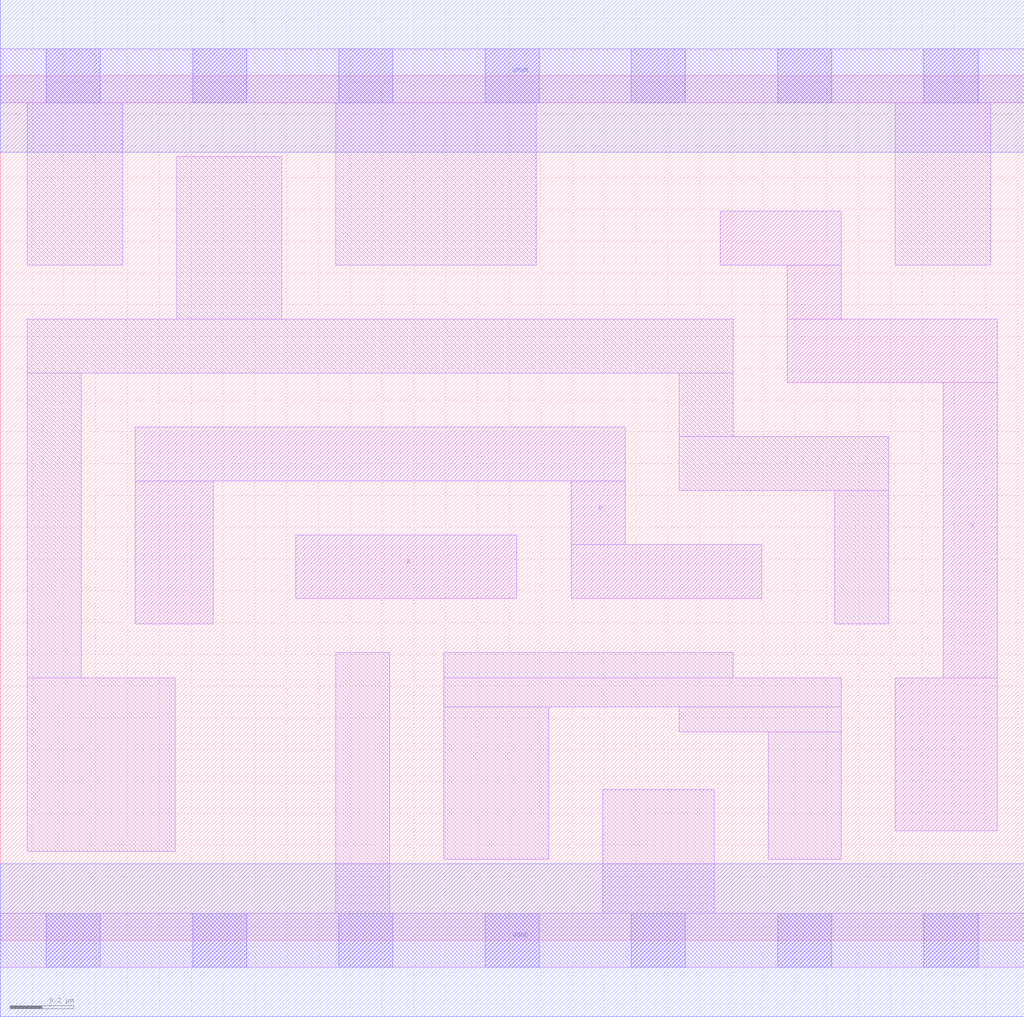
<source format=lef>
# Copyright 2020 The SkyWater PDK Authors
#
# Licensed under the Apache License, Version 2.0 (the "License");
# you may not use this file except in compliance with the License.
# You may obtain a copy of the License at
#
#     https://www.apache.org/licenses/LICENSE-2.0
#
# Unless required by applicable law or agreed to in writing, software
# distributed under the License is distributed on an "AS IS" BASIS,
# WITHOUT WARRANTIES OR CONDITIONS OF ANY KIND, either express or implied.
# See the License for the specific language governing permissions and
# limitations under the License.
#
# SPDX-License-Identifier: Apache-2.0

VERSION 5.7 ;
  NAMESCASESENSITIVE ON ;
  NOWIREEXTENSIONATPIN ON ;
  DIVIDERCHAR "/" ;
  BUSBITCHARS "[]" ;
UNITS
  DATABASE MICRONS 200 ;
END UNITS
MACRO sky130_fd_sc_hd__xnor2_1
  CLASS CORE ;
  FOREIGN sky130_fd_sc_hd__xnor2_1 ;
  ORIGIN  0.000000  0.000000 ;
  SIZE  3.220000 BY  2.720000 ;
  SYMMETRY X Y R90 ;
  SITE unithd ;
  PIN A
    ANTENNAGATEAREA  0.495000 ;
    DIRECTION INPUT ;
    USE SIGNAL ;
    PORT
      LAYER li1 ;
        RECT 0.930000 1.075000 1.625000 1.275000 ;
    END
  END A
  PIN B
    ANTENNAGATEAREA  0.495000 ;
    DIRECTION INPUT ;
    USE SIGNAL ;
    PORT
      LAYER li1 ;
        RECT 0.425000 0.995000 0.670000 1.445000 ;
        RECT 0.425000 1.445000 1.965000 1.615000 ;
        RECT 1.795000 1.075000 2.395000 1.245000 ;
        RECT 1.795000 1.245000 1.965000 1.445000 ;
    END
  END B
  PIN Y
    ANTENNADIFFAREA  0.525000 ;
    DIRECTION OUTPUT ;
    USE SIGNAL ;
    PORT
      LAYER li1 ;
        RECT 2.265000 2.125000 2.645000 2.295000 ;
        RECT 2.475000 1.755000 3.135000 1.955000 ;
        RECT 2.475000 1.955000 2.645000 2.125000 ;
        RECT 2.815000 0.345000 3.135000 0.825000 ;
        RECT 2.965000 0.825000 3.135000 1.755000 ;
    END
  END Y
  PIN VGND
    DIRECTION INOUT ;
    SHAPE ABUTMENT ;
    USE GROUND ;
    PORT
      LAYER met1 ;
        RECT 0.000000 -0.240000 3.220000 0.240000 ;
    END
  END VGND
  PIN VPWR
    DIRECTION INOUT ;
    SHAPE ABUTMENT ;
    USE POWER ;
    PORT
      LAYER met1 ;
        RECT 0.000000 2.480000 3.220000 2.960000 ;
    END
  END VPWR
  OBS
    LAYER li1 ;
      RECT 0.000000 -0.085000 3.220000 0.085000 ;
      RECT 0.000000  2.635000 3.220000 2.805000 ;
      RECT 0.085000  0.280000 0.550000 0.825000 ;
      RECT 0.085000  0.825000 0.255000 1.785000 ;
      RECT 0.085000  1.785000 2.305000 1.955000 ;
      RECT 0.085000  2.125000 0.385000 2.635000 ;
      RECT 0.555000  1.955000 0.885000 2.465000 ;
      RECT 1.055000  0.085000 1.225000 0.905000 ;
      RECT 1.055000  2.125000 1.685000 2.635000 ;
      RECT 1.395000  0.255000 1.725000 0.735000 ;
      RECT 1.395000  0.735000 2.645000 0.825000 ;
      RECT 1.395000  0.825000 2.305000 0.905000 ;
      RECT 1.895000  0.085000 2.245000 0.475000 ;
      RECT 2.135000  0.655000 2.645000 0.735000 ;
      RECT 2.135000  1.415000 2.795000 1.585000 ;
      RECT 2.135000  1.585000 2.305000 1.785000 ;
      RECT 2.415000  0.255000 2.645000 0.655000 ;
      RECT 2.625000  0.995000 2.795000 1.415000 ;
      RECT 2.815000  2.125000 3.115000 2.635000 ;
    LAYER mcon ;
      RECT 0.145000 -0.085000 0.315000 0.085000 ;
      RECT 0.145000  2.635000 0.315000 2.805000 ;
      RECT 0.605000 -0.085000 0.775000 0.085000 ;
      RECT 0.605000  2.635000 0.775000 2.805000 ;
      RECT 1.065000 -0.085000 1.235000 0.085000 ;
      RECT 1.065000  2.635000 1.235000 2.805000 ;
      RECT 1.525000 -0.085000 1.695000 0.085000 ;
      RECT 1.525000  2.635000 1.695000 2.805000 ;
      RECT 1.985000 -0.085000 2.155000 0.085000 ;
      RECT 1.985000  2.635000 2.155000 2.805000 ;
      RECT 2.445000 -0.085000 2.615000 0.085000 ;
      RECT 2.445000  2.635000 2.615000 2.805000 ;
      RECT 2.905000 -0.085000 3.075000 0.085000 ;
      RECT 2.905000  2.635000 3.075000 2.805000 ;
  END
END sky130_fd_sc_hd__xnor2_1
END LIBRARY

</source>
